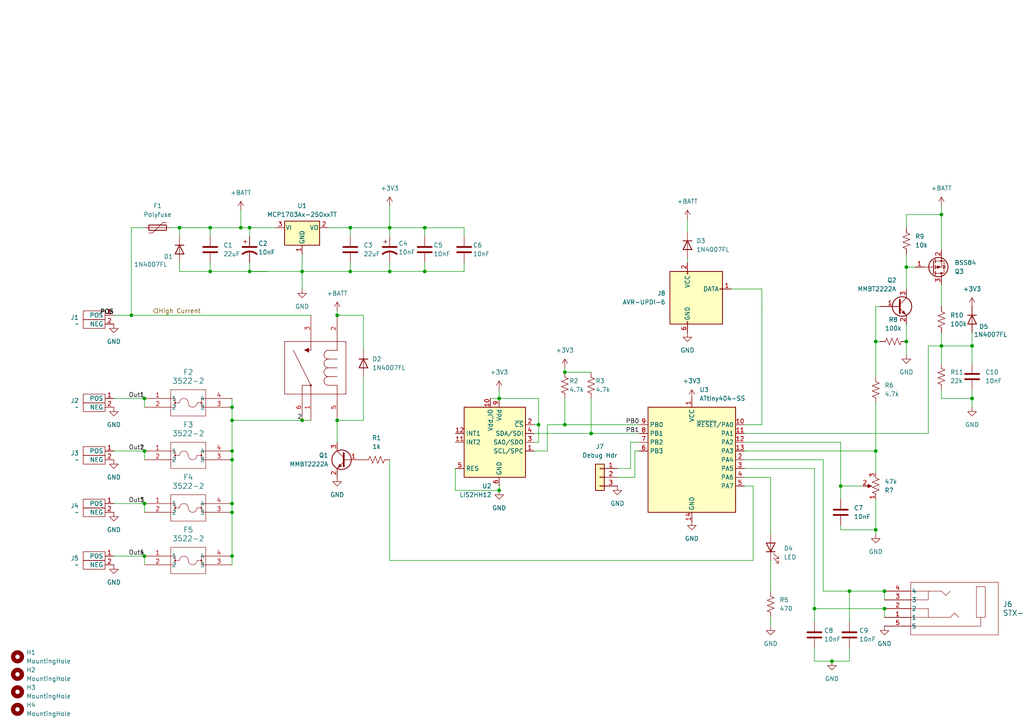
<source format=kicad_sch>
(kicad_sch (version 20250114) (generator "eeschema") (generator_version "9.0")
  (paper "A4")
  (lib_symbols
    (symbol "Connector:AVR-UPDI-6" (pin_names (offset 1.016))
      (property "Reference" "J" (at -6.35 8.89 0))
      (property "Value" "AVR-UPDI-6" (at 0 8.89 0))
      (symbol "AVR-UPDI-6_1_1"
        (pin passive line (at -2.54 10.16 270) (length 2.54) (name "VCC") (number "2"))
        (pin passive line (at -2.54 -10.16 90) (length 2.54) (name "GND") (number "6"))
        (pin no_connect line (at 7.62 0 180) (length 2.54) (hide yes) (name "NC") (number "3"))
        (pin no_connect line (at 7.62 -2.54 180) (length 2.54) (hide yes) (name "NC") (number "4"))
        (pin no_connect line (at 7.62 -5.08 180) (length 2.54) (hide yes) (name "NC") (number "5"))
        (pin passive line (at 10.16 2.54 180) (length 2.54) (name "DATA") (number "1"))
      )
    )
    (symbol "Connector_Generic:Conn_01x03" (pin_names (offset 1.016) (hide yes))
      (property "Reference" "J" (at 0 5.08 0))
      (property "Value" "Conn_01x03" (at 0 -5.08 0))
      (symbol "Conn_01x03_1_1"
        (pin passive line (at -5.08 2.54 0) (length 3.81) (name "Pin_1") (number "1"))
        (pin passive line (at -5.08 0 0) (length 3.81) (name "Pin_2") (number "2"))
        (pin passive line (at -5.08 -2.54 0) (length 3.81) (name "Pin_3") (number "3"))
      )
    )
    (symbol "Custom DS:3522-2" (pin_names (offset 0.254))
      (property "Reference" "F" (at 12.7 7.62 0))
      (property "Value" "3522-2" (at 12.7 5.08 0))
      (symbol "3522-2_0_1"
        (pin unspecified line (at 0 0 0) (length 7.62) (name "1") (number "1"))
        (pin unspecified line (at 0 -2.54 0) (length 7.62) (name "2") (number "2"))
        (pin unspecified line (at 25.4 0 180) (length 7.62) (name "4") (number "4"))
        (pin unspecified line (at 25.4 -2.54 180) (length 7.62) (name "3") (number "3"))
      )
    )
    (symbol "Custom DS:ACNH3212"
      (symbol "ACNH3212_1_0"
        (pin passive line (at 0 10.16 0) (length 7.62) (name "2") (number "6"))
        (pin passive line (at 0 7.62 0) (length 7.62) (name "4") (number "1"))
        (pin passive line (at 0 0 0) (length 7.62) (name "1") (number "5"))
        (pin passive line (at 30.48 7.62 180) (length 7.62) (name "3") (number "3"))
        (pin passive line (at 30.48 0 180) (length 7.62) (name "5") (number "2"))
      )
    )
    (symbol "Custom DS:Anderson_Powerpole_Vertical"
      (property "Reference" "J?" (at 2.794 4.064 0))
      (symbol "Anderson_Powerpole_Vertical_1_1"
        (pin power_in line (at -2.54 1.27 0) (length 2.54) (name "POS") (number "1"))
        (pin power_in line (at -2.54 -1.27 0) (length 2.54) (name "NEG") (number "2"))
      )
    )
    (symbol "Custom DS:STX-3790-5N" (pin_names (offset 0.254))
      (property "Reference" "J" (at -20.32 10.16 0))
      (property "Value" "STX-3790-5N" (at -20.32 7.62 0))
      (symbol "STX-3790-5N_0_1"
        (pin unspecified line (at 0 2.54 180) (length 7.62) (name "5") (number "5"))
        (pin unspecified line (at 0 0 180) (length 7.62) (name "1") (number "1"))
        (pin unspecified line (at 0 -2.54 180) (length 7.62) (name "2") (number "2"))
        (pin unspecified line (at 0 -5.08 180) (length 7.62) (name "3") (number "3"))
        (pin unspecified line (at 0 -7.62 180) (length 7.62) (name "4") (number "4"))
      )
    )
    (symbol "Device:C" (pin_numbers (hide yes)) (pin_names (offset 0.254))
      (property "Reference" "C" (at 0.635 2.54 0))
      (property "Value" "C" (at 0.635 -2.54 0))
      (symbol "C_1_1"
        (pin passive line (at 0 3.81 270) (length 2.794) (name "~") (number "1"))
        (pin passive line (at 0 -3.81 90) (length 2.794) (name "~") (number "2"))
      )
    )
    (symbol "Device:C_Polarized_US" (pin_numbers (hide yes)) (pin_names (offset 0.254) (hide yes))
      (property "Reference" "C" (at 0.635 2.54 0))
      (property "Value" "C_Polarized_US" (at 0.635 -2.54 0))
      (symbol "C_Polarized_US_1_1"
        (pin passive line (at 0 3.81 270) (length 2.794) (name "~") (number "1"))
        (pin passive line (at 0 -3.81 90) (length 3.302) (name "~") (number "2"))
      )
    )
    (symbol "Device:LED" (pin_numbers (hide yes)) (pin_names (offset 1.016) (hide yes))
      (property "Reference" "D" (at 0 2.54 0))
      (property "Value" "LED" (at 0 -2.54 0))
      (symbol "LED_1_1"
        (pin passive line (at -3.81 0 0) (length 2.54) (name "K") (number "1"))
        (pin passive line (at 3.81 0 180) (length 2.54) (name "A") (number "2"))
      )
    )
    (symbol "Device:Polyfuse" (pin_numbers (hide yes)) (pin_names (offset 0))
      (property "Reference" "F" (at -2.54 0 90))
      (property "Value" "Polyfuse" (at 2.54 0 90))
      (symbol "Polyfuse_1_1"
        (pin passive line (at 0 3.81 270) (length 1.27) (name "~") (number "1"))
        (pin passive line (at 0 -3.81 90) (length 1.27) (name "~") (number "2"))
      )
    )
    (symbol "Device:R_Potentiometer_US" (pin_names (offset 1.016) (hide yes))
      (property "Reference" "RV" (at -4.445 0 90))
      (property "Value" "R_Potentiometer_US" (at -2.54 0 90))
      (symbol "R_Potentiometer_US_1_1"
        (pin passive line (at 0 3.81 270) (length 1.27) (name "1") (number "1"))
        (pin passive line (at 0 -3.81 90) (length 1.27) (name "3") (number "3"))
        (pin passive line (at 3.81 0 180) (length 1.27) (name "2") (number "2"))
      )
    )
    (symbol "Device:R_US" (pin_numbers (hide yes)) (pin_names (offset 0))
      (property "Reference" "R" (at 2.54 0 90))
      (property "Value" "R_US" (at -2.54 0 90))
      (symbol "R_US_1_1"
        (pin passive line (at 0 3.81 270) (length 1.27) (name "~") (number "1"))
        (pin passive line (at 0 -3.81 90) (length 1.27) (name "~") (number "2"))
      )
    )
    (symbol "Diode:MRA4007T3G" (pin_numbers (hide yes)) (pin_names (hide yes))
      (property "Reference" "D" (at 0 2.54 0))
      (property "Value" "MRA4007T3G" (at 0 -2.54 0))
      (symbol "MRA4007T3G_1_1"
        (pin passive line (at -3.81 0 0) (length 2.54) (name "K") (number "1"))
        (pin passive line (at 3.81 0 180) (length 2.54) (name "A") (number "2"))
      )
    )
    (symbol "MCU_Microchip_ATtiny:ATtiny404-SS"
      (property "Reference" "U" (at -12.7 16.51 0))
      (property "Value" "ATtiny404-SS" (at 2.54 -16.51 0))
      (symbol "ATtiny404-SS_1_1"
        (pin bidirectional line (at -15.24 10.16 0) (length 2.54) (name "PB0") (number "9"))
        (pin bidirectional line (at -15.24 7.62 0) (length 2.54) (name "PB1") (number "8"))
        (pin bidirectional line (at -15.24 5.08 0) (length 2.54) (name "PB2") (number "7"))
        (pin bidirectional line (at -15.24 2.54 0) (length 2.54) (name "PB3") (number "6"))
        (pin power_in line (at 0 17.78 270) (length 2.54) (name "VCC") (number "1"))
        (pin power_in line (at 0 -17.78 90) (length 2.54) (name "GND") (number "14"))
        (pin bidirectional line (at 15.24 10.16 180) (length 2.54) (name "~{RESET}/PA0") (number "10"))
        (pin bidirectional line (at 15.24 7.62 180) (length 2.54) (name "PA1") (number "11"))
        (pin bidirectional line (at 15.24 5.08 180) (length 2.54) (name "PA2") (number "12"))
        (pin bidirectional line (at 15.24 2.54 180) (length 2.54) (name "PA3") (number "13"))
        (pin bidirectional line (at 15.24 0 180) (length 2.54) (name "PA4") (number "2"))
        (pin bidirectional line (at 15.24 -2.54 180) (length 2.54) (name "PA5") (number "3"))
        (pin bidirectional line (at 15.24 -5.08 180) (length 2.54) (name "PA6") (number "4"))
        (pin bidirectional line (at 15.24 -7.62 180) (length 2.54) (name "PA7") (number "5"))
      )
    )
    (symbol "Mechanical:MountingHole" (pin_names (offset 1.016)) (exclude_from_sim yes) (in_bom no)
      (property "Reference" "H" (at 0 5.08 0))
      (property "Value" "MountingHole" (at 0 3.175 0))
    )
    (symbol "Regulator_Linear:MCP1703Ax-250xxTT" (pin_names (offset 0.254))
      (property "Reference" "U" (at -3.81 3.175 0))
      (property "Value" "MCP1703Ax-250xxTT" (at 0 3.175 0))
      (symbol "MCP1703Ax-250xxTT_1_1"
        (pin power_in line (at -7.62 0 0) (length 2.54) (name "VI") (number "3"))
        (pin power_in line (at 0 -7.62 90) (length 2.54) (name "GND") (number "1"))
        (pin power_out line (at 7.62 0 180) (length 2.54) (name "VO") (number "2"))
      )
    )
    (symbol "Sensor_Motion:LIS2HH12"
      (property "Reference" "U" (at -5.08 11.43 0))
      (property "Value" "LIS2HH12" (at 3.81 11.43 0))
      (symbol "LIS2HH12_1_1"
        (pin input line (at -10.16 5.08 0) (length 2.54) (name "~{CS}") (number "2"))
        (pin bidirectional line (at -10.16 2.54 0) (length 2.54) (name "SDA/SDI") (number "4"))
        (pin bidirectional line (at -10.16 0 0) (length 2.54) (name "SA0/SDO") (number "3"))
        (pin input line (at -10.16 -2.54 0) (length 2.54) (name "SCL/SPC") (number "1"))
        (pin power_in line (at 0 12.7 270) (length 2.54) (name "Vdd") (number "9"))
        (pin power_in line (at 0 -12.7 90) (length 2.54) (name "GND") (number "6"))
        (pin passive line (at 0 -12.7 90) (length 2.54) (hide yes) (name "GND") (number "7"))
        (pin passive line (at 0 -12.7 90) (length 2.54) (hide yes) (name "GND") (number "8"))
        (pin power_in line (at 2.54 12.7 270) (length 2.54) (name "Vdd_IO") (number "10"))
        (pin output line (at 12.7 2.54 180) (length 2.54) (name "INT1") (number "12"))
        (pin output line (at 12.7 0 180) (length 2.54) (name "INT2") (number "11"))
        (pin passive line (at 12.7 -7.62 180) (length 2.54) (name "RES") (number "5"))
      )
    )
    (symbol "Transistor_BJT:MMBT2222A" (pin_names (offset 0) (hide yes))
      (property "Reference" "Q" (at 5.08 1.905 0))
      (property "Value" "MMBT2222A" (at 5.08 0 0))
      (symbol "MMBT2222A_1_1"
        (pin input line (at -5.08 0 0) (length 5.715) (name "B") (number "1"))
        (pin passive line (at 2.54 5.08 270) (length 2.54) (name "C") (number "3"))
        (pin passive line (at 2.54 -5.08 90) (length 2.54) (name "E") (number "2"))
      )
    )
    (symbol "Transistor_FET:BSS84" (pin_names (hide yes))
      (property "Reference" "Q" (at 5.08 1.905 0))
      (property "Value" "BSS84" (at 5.08 0 0))
      (symbol "BSS84_1_1"
        (pin input line (at -5.08 0 0) (length 2.54) (name "G") (number "1"))
        (pin passive line (at 2.54 5.08 270) (length 2.54) (name "D") (number "3"))
        (pin passive line (at 2.54 -5.08 90) (length 2.54) (name "S") (number "2"))
      )
    )
    (symbol "power:+3V3" (power) (pin_numbers (hide yes)) (pin_names (offset 0) (hide yes))
      (property "Value" "+3V3" (at 0 3.556 0))
      (symbol "+3V3_1_1"
        (pin power_in line (at 0 0 90) (length 0) (name "~") (number "1"))
      )
    )
    (symbol "power:+BATT" (power) (pin_numbers (hide yes)) (pin_names (offset 0) (hide yes))
      (property "Value" "+BATT" (at 0 3.556 0))
      (symbol "+BATT_1_1"
        (pin power_in line (at 0 0 90) (length 0) (name "~") (number "1"))
      )
    )
    (symbol "power:GND" (power) (pin_numbers (hide yes)) (pin_names (offset 0) (hide yes))
      (property "Value" "GND" (at 0 -3.81 0))
      (symbol "GND_1_1"
        (pin power_in line (at 0 0 270) (length 0) (name "~") (number "1"))
      )
    )
  )
  (junction (at 256.54 171.45))
  (junction (at 113.03 66.04))
  (junction (at 254 153.67))
  (junction (at 67.31 121.92))
  (junction (at 243.84 140.97))
  (junction (at 262.89 77.47))
  (junction (at 163.83 107.95))
  (junction (at 254 99.06))
  (junction (at 97.79 91.44))
  (junction (at 123.19 78.74))
  (junction (at 156.21 123.19))
  (junction (at 254 130.81))
  (junction (at 87.63 121.92))
  (junction (at 163.83 123.19))
  (junction (at 144.78 115.57))
  (junction (at 101.6 66.04))
  (junction (at 273.05 62.23))
  (junction (at 281.94 100.33))
  (junction (at 60.96 78.74))
  (junction (at 38.1 91.44))
  (junction (at 67.31 161.29))
  (junction (at 123.19 66.04))
  (junction (at 41.91 130.81))
  (junction (at 41.91 115.57))
  (junction (at 52.07 66.04))
  (junction (at 69.85 66.04))
  (junction (at 236.22 176.53))
  (junction (at 273.05 100.33))
  (junction (at 67.31 118.11))
  (junction (at 87.63 78.74))
  (junction (at 67.31 133.35))
  (junction (at 171.45 125.73))
  (junction (at 72.39 78.74))
  (junction (at 67.31 130.81))
  (junction (at 246.38 171.45))
  (junction (at 41.91 146.05))
  (junction (at 262.89 99.06))
  (junction (at 67.31 146.05))
  (junction (at 281.94 115.57))
  (junction (at 67.31 148.59))
  (junction (at 60.96 66.04))
  (junction (at 72.39 66.04))
  (junction (at 101.6 78.74))
  (junction (at 41.91 161.29))
  (junction (at 97.79 121.92))
  (junction (at 113.03 78.74))
  (junction (at 144.78 142.24))
  (junction (at 241.3 191.77))
  (junction (at 256.54 176.53))
  (wire (pts (xy 67.31 130.81) (xy 67.31 133.35)))
  (wire (pts (xy 281.94 96.52) (xy 281.94 100.33)))
  (wire (pts (xy 273.05 62.23) (xy 273.05 72.39)))
  (wire (pts (xy 33.02 161.29) (xy 41.91 161.29)))
  (wire (pts (xy 67.31 161.29) (xy 67.31 163.83)))
  (wire (pts (xy 273.05 59.69) (xy 273.05 62.23)))
  (wire (pts (xy 215.9 123.19) (xy 220.98 123.19)) (stroke (width 0.1524)))
  (wire (pts (xy 256.54 176.53) (xy 256.54 179.07)))
  (wire (pts (xy 154.94 128.27) (xy 156.21 128.27)))
  (wire (pts (xy 101.6 66.04) (xy 113.03 66.04)) (stroke (width 0.1524)))
  (wire (pts (xy 262.89 62.23) (xy 273.05 62.23)))
  (wire (pts (xy 215.9 128.27) (xy 243.84 128.27)))
  (wire (pts (xy 243.84 153.67) (xy 243.84 152.4)))
  (wire (pts (xy 97.79 91.44) (xy 97.79 90.17)) (stroke (width 0.1524)))
  (wire (pts (xy 215.9 130.81) (xy 254 130.81)))
  (wire (pts (xy 179.07 138.43) (xy 184.15 138.43)))
  (wire (pts (xy 113.03 133.35) (xy 113.03 162.56)))
  (wire (pts (xy 87.63 78.74) (xy 101.6 78.74)) (stroke (width 0.1524)))
  (wire (pts (xy 254 144.78) (xy 254 153.67)))
  (wire (pts (xy 236.22 191.77) (xy 241.3 191.77)))
  (wire (pts (xy 38.1 91.44) (xy 90.17 91.44)) (stroke (width 0.1524)))
  (wire (pts (xy 67.31 146.05) (xy 67.31 148.59)))
  (wire (pts (xy 87.63 73.66) (xy 87.63 78.74)) (stroke (width 0.1524)))
  (wire (pts (xy 52.07 66.04) (xy 59.69 66.04)))
  (wire (pts (xy 171.45 115.57) (xy 171.45 125.73)))
  (wire (pts (xy 113.03 76.2) (xy 113.03 78.74)) (stroke (width 0.1524)))
  (wire (pts (xy 236.22 176.53) (xy 236.22 180.34)))
  (wire (pts (xy 33.02 115.57) (xy 41.91 115.57)))
  (wire (pts (xy 67.31 121.92) (xy 67.31 130.81)))
  (wire (pts (xy 254 130.81) (xy 254 137.16)))
  (wire (pts (xy 52.07 66.04) (xy 52.07 68.58)))
  (wire (pts (xy 212.09 83.82) (xy 220.98 83.82)))
  (wire (pts (xy 113.03 162.56) (xy 218.44 162.56)))
  (wire (pts (xy 182.88 128.27) (xy 182.88 135.89)))
  (wire (pts (xy 256.54 171.45) (xy 256.54 173.99)))
  (wire (pts (xy 223.52 179.07) (xy 223.52 181.61)))
  (wire (pts (xy 52.07 66.04) (xy 60.96 66.04)) (stroke (width 0.1524)))
  (wire (pts (xy 163.83 106.68) (xy 163.83 107.95)))
  (wire (pts (xy 158.75 123.19) (xy 163.83 123.19)))
  (wire (pts (xy 123.19 78.74) (xy 134.62 78.74)))
  (wire (pts (xy 33.02 91.44) (xy 38.1 91.44)))
  (wire (pts (xy 281.94 100.33) (xy 273.05 100.33)))
  (wire (pts (xy 273.05 113.03) (xy 273.05 115.57)))
  (wire (pts (xy 105.41 91.44) (xy 105.41 101.6)) (stroke (width 0.1524)))
  (wire (pts (xy 185.42 130.81) (xy 184.15 130.81)))
  (wire (pts (xy 262.89 77.47) (xy 262.89 73.66)))
  (wire (pts (xy 72.39 78.74) (xy 77.47 78.74)))
  (wire (pts (xy 254 109.22) (xy 254 99.06)))
  (wire (pts (xy 101.6 78.74) (xy 113.03 78.74)) (stroke (width 0.1524)))
  (wire (pts (xy 67.31 115.57) (xy 67.31 118.11)))
  (wire (pts (xy 223.52 162.56) (xy 223.52 171.45)))
  (wire (pts (xy 218.44 162.56) (xy 218.44 140.97)))
  (wire (pts (xy 41.91 161.29) (xy 41.91 163.83)))
  (wire (pts (xy 134.62 66.04) (xy 123.19 66.04)))
  (wire (pts (xy 273.05 100.33) (xy 273.05 105.41)))
  (wire (pts (xy 60.96 78.74) (xy 72.39 78.74)) (stroke (width 0.1524)))
  (wire (pts (xy 41.91 115.57) (xy 41.91 118.11)))
  (wire (pts (xy 154.94 125.73) (xy 171.45 125.73)))
  (wire (pts (xy 154.94 123.19) (xy 156.21 123.19)))
  (wire (pts (xy 38.1 66.04) (xy 38.1 91.44)) (stroke (width 0.1524)))
  (wire (pts (xy 236.22 135.89) (xy 236.22 176.53)))
  (wire (pts (xy 238.76 171.45) (xy 246.38 171.45)))
  (wire (pts (xy 163.83 123.19) (xy 185.42 123.19)))
  (wire (pts (xy 223.52 138.43) (xy 223.52 154.94)))
  (wire (pts (xy 144.78 142.24) (xy 144.78 140.97)))
  (wire (pts (xy 262.89 93.98) (xy 262.89 99.06)))
  (wire (pts (xy 246.38 171.45) (xy 246.38 180.34)))
  (wire (pts (xy 87.63 83.82) (xy 87.63 78.74)) (stroke (width 0.1524)))
  (wire (pts (xy 67.31 133.35) (xy 67.31 146.05)))
  (wire (pts (xy 67.31 148.59) (xy 67.31 161.29)))
  (wire (pts (xy 236.22 176.53) (xy 256.54 176.53)))
  (wire (pts (xy 185.42 128.27) (xy 182.88 128.27)))
  (wire (pts (xy 72.39 78.74) (xy 87.63 78.74)) (stroke (width 0.1524)))
  (wire (pts (xy 262.89 83.82) (xy 262.89 77.47)))
  (wire (pts (xy 105.41 109.22) (xy 105.41 121.92)))
  (wire (pts (xy 60.96 66.04) (xy 69.85 66.04)) (stroke (width 0.1524)))
  (wire (pts (xy 123.19 76.2) (xy 123.19 78.74)))
  (wire (pts (xy 142.24 115.57) (xy 144.78 115.57)))
  (wire (pts (xy 254 99.06) (xy 254 88.9)))
  (wire (pts (xy 281.94 100.33) (xy 281.94 105.41)))
  (wire (pts (xy 60.96 68.58) (xy 60.96 66.04)) (stroke (width 0.1524)))
  (wire (pts (xy 262.89 99.06) (xy 262.89 102.87)))
  (wire (pts (xy 236.22 187.96) (xy 236.22 191.77)))
  (wire (pts (xy 69.85 60.96) (xy 69.85 66.04)) (stroke (width 0.1524)))
  (wire (pts (xy 269.24 100.33) (xy 273.05 100.33)))
  (wire (pts (xy 101.6 76.2) (xy 101.6 78.74)))
  (wire (pts (xy 163.83 115.57) (xy 163.83 123.19)))
  (wire (pts (xy 33.02 146.05) (xy 41.91 146.05)))
  (wire (pts (xy 72.39 66.04) (xy 72.39 68.58)))
  (wire (pts (xy 281.94 115.57) (xy 281.94 118.11)) (stroke (width 0.1524)))
  (wire (pts (xy 262.89 77.47) (xy 265.43 77.47)))
  (wire (pts (xy 215.9 125.73) (xy 269.24 125.73)))
  (wire (pts (xy 273.05 96.52) (xy 273.05 100.33)))
  (wire (pts (xy 220.98 88.9) (xy 220.98 123.19)) (stroke (width 0.1524)))
  (wire (pts (xy 254 88.9) (xy 255.27 88.9)))
  (wire (pts (xy 238.76 133.35) (xy 238.76 171.45)))
  (wire (pts (xy 33.02 130.81) (xy 41.91 130.81)))
  (wire (pts (xy 281.94 113.03) (xy 281.94 115.57)) (stroke (width 0.1524)))
  (wire (pts (xy 215.9 135.89) (xy 236.22 135.89)))
  (wire (pts (xy 72.39 76.2) (xy 72.39 78.74)))
  (wire (pts (xy 144.78 113.03) (xy 144.78 115.57)))
  (wire (pts (xy 184.15 130.81) (xy 184.15 138.43)))
  (wire (pts (xy 243.84 144.78) (xy 243.84 140.97)))
  (wire (pts (xy 113.03 66.04) (xy 113.03 59.69)) (stroke (width 0.1524)))
  (wire (pts (xy 246.38 171.45) (xy 256.54 171.45)))
  (wire (pts (xy 243.84 140.97) (xy 250.19 140.97)))
  (wire (pts (xy 97.79 121.92) (xy 105.41 121.92)))
  (wire (pts (xy 101.6 66.04) (xy 100.33 66.04)))
  (wire (pts (xy 218.44 140.97) (xy 215.9 140.97)))
  (wire (pts (xy 223.52 138.43) (xy 215.9 138.43)))
  (wire (pts (xy 273.05 88.9) (xy 273.05 82.55)))
  (wire (pts (xy 163.83 107.95) (xy 171.45 107.95)))
  (wire (pts (xy 41.91 130.81) (xy 41.91 133.35)))
  (wire (pts (xy 134.62 76.2) (xy 134.62 78.74)))
  (wire (pts (xy 254 153.67) (xy 254 154.94)))
  (wire (pts (xy 269.24 125.73) (xy 269.24 100.33)))
  (wire (pts (xy 113.03 66.04) (xy 113.03 68.58)) (stroke (width 0.1524)))
  (wire (pts (xy 144.78 115.57) (xy 156.21 115.57)))
  (wire (pts (xy 241.3 191.77) (xy 246.38 191.77)))
  (wire (pts (xy 72.39 66.04) (xy 80.01 66.04)))
  (wire (pts (xy 67.31 118.11) (xy 67.31 121.92)))
  (wire (pts (xy 144.78 142.24) (xy 132.08 142.24)))
  (wire (pts (xy 273.05 115.57) (xy 281.94 115.57)))
  (wire (pts (xy 199.39 63.5) (xy 199.39 67.31)))
  (wire (pts (xy 97.79 66.04) (xy 101.6 66.04)) (stroke (width 0.1524)))
  (wire (pts (xy 101.6 68.58) (xy 101.6 66.04)))
  (wire (pts (xy 134.62 68.58) (xy 134.62 66.04)))
  (wire (pts (xy 158.75 130.81) (xy 154.94 130.81)))
  (wire (pts (xy 156.21 128.27) (xy 156.21 123.19)))
  (wire (pts (xy 69.85 66.04) (xy 72.39 66.04)) (stroke (width 0.1524)))
  (wire (pts (xy 262.89 66.04) (xy 262.89 62.23)))
  (wire (pts (xy 95.25 66.04) (xy 97.79 66.04)))
  (wire (pts (xy 158.75 123.19) (xy 158.75 130.81)))
  (wire (pts (xy 97.79 91.44) (xy 105.41 91.44)) (stroke (width 0.1524)))
  (wire (pts (xy 246.38 187.96) (xy 246.38 191.77)))
  (wire (pts (xy 41.91 146.05) (xy 41.91 148.59)))
  (wire (pts (xy 199.39 74.93) (xy 199.39 76.2)))
  (wire (pts (xy 49.53 66.04) (xy 52.07 66.04)) (stroke (width 0.1524)))
  (wire (pts (xy 123.19 66.04) (xy 113.03 66.04)))
  (wire (pts (xy 132.08 142.24) (xy 132.08 135.89)))
  (wire (pts (xy 52.07 78.74) (xy 60.96 78.74)))
  (wire (pts (xy 67.31 121.92) (xy 87.63 121.92)))
  (wire (pts (xy 254 99.06) (xy 255.27 99.06)))
  (wire (pts (xy 220.98 83.82) (xy 220.98 88.9)))
  (wire (pts (xy 52.07 76.2) (xy 52.07 78.74)))
  (wire (pts (xy 171.45 125.73) (xy 185.42 125.73)))
  (wire (pts (xy 97.79 128.27) (xy 97.79 121.92)))
  (wire (pts (xy 113.03 78.74) (xy 123.19 78.74)))
  (wire (pts (xy 179.07 135.89) (xy 182.88 135.89)))
  (wire (pts (xy 87.63 121.92) (xy 90.17 121.92)))
  (wire (pts (xy 60.96 76.2) (xy 60.96 78.74)) (stroke (width 0.1524)))
  (wire (pts (xy 254 116.84) (xy 254 130.81)))
  (wire (pts (xy 38.1 66.04) (xy 41.91 66.04)) (stroke (width 0.1524)))
  (wire (pts (xy 156.21 123.19) (xy 156.21 115.57)))
  (wire (pts (xy 243.84 153.67) (xy 254 153.67)))
  (wire (pts (xy 123.19 66.04) (xy 123.19 68.58)))
  (wire (pts (xy 215.9 133.35) (xy 238.76 133.35)))
  (wire (pts (xy 243.84 128.27) (xy 243.84 140.97)))
  (label "1" (at 41.91 130.81 180))
  (label "1" (at 41.91 115.57 180))
  (label "POS" (at 33.02 91.44 180))
  (label "PB1" (at 185.42 125.73 180))
  (label "1" (at 41.91 161.29 180))
  (label "Out3" (at 41.91 146.05 180))
  (label "PB0" (at 185.42 123.19 180))
  (label "POS" (at 33.02 91.44 180))
  (label "Out2" (at 41.91 130.81 180))
  (label "POS" (at 33.02 91.44 180))
  (label "Out1" (at 41.91 115.57 180))
  (label "2" (at 87.63 121.92 180))
  (label "1" (at 41.91 146.05 180))
  (label "Out4" (at 41.91 161.29 180))
  (label "In" (at 33.02 91.44 180))
  (hierarchical_label "High Current" (shape input) (at 44.45 90.17 0))
  (symbol (lib_id "Diode:MRA4007T3G") (at 105.41 105.41 270) (unit 1)
    (property "Reference" "D2" (at 107.95 104.1399 90) (effects (justify left)))
    (property "Value" "1N4007FL" (at 107.95 106.6799 90) (effects (justify left)))
    (property "Footprint" "Diode_SMD:D_SOD-123" (effects (hide yes)))
    (property "Description" "75V 0.15A Fast Switching Diode, SOD-123" (effects (hide yes)))
    (property "Digikey" "1655-1N4007FLCT-ND" (effects (hide yes)))
    (property "LCSC" "C7528871" (effects (hide yes)))
  )
  (symbol (lib_id "power:GND") (at 179.07 140.97 0) (unit 1)
    (property "Reference" "#PWR015" (effects (hide yes)))
    (property "Value" "GND" (at 179.07 146.05 0))
    (property "Description" "Power symbol creates a global label with name \"GND\" , ground" (effects (hide yes)))
  )
  (symbol (lib_id "Device:C") (at 134.62 72.39 0) (unit 1)
    (property "Reference" "C6" (at 137.16 71.12 0) (effects (justify left)))
    (property "Value" "10nF" (at 137.16 73.66 0) (effects (justify left)))
    (property "Footprint" "Capacitor_SMD:C_0805_2012Metric" (effects (hide yes)))
    (property "Description" "Unpolarized capacitor" (effects (hide yes)))
    (property "Digikey" "399-1158-1-ND" (effects (hide yes)))
    (property "LCSC" "C83170" (effects (hide yes)))
  )
  (symbol (lib_id "Mechanical:MountingHole") (at 5.08 200.66 0) (unit 1) (exclude_from_sim yes) (in_bom no)
    (property "Reference" "H3" (at 7.62 199.3899 0) (effects (justify left)))
    (property "Value" "MountingHole" (at 7.62 201.9299 0) (effects (justify left)))
    (property "Footprint" "MountingHole:MountingHole_3.2mm_M3_ISO14580_Pad" (effects (hide yes)))
    (property "Description" "Mounting Hole without connection" (effects (hide yes)))
  )
  (symbol (lib_id "power:GND") (at 97.79 138.43 0) (unit 1)
    (property "Reference" "#PWR010" (effects (hide yes)))
    (property "Value" "GND" (at 97.79 143.51 0))
    (property "Description" "Power symbol creates a global label with name \"GND\" , ground" (effects (hide yes)))
  )
  (symbol (lib_id "power:GND") (at 33.02 133.35 0) (unit 1)
    (property "Reference" "#PWR03" (effects (hide yes)))
    (property "Value" "GND" (at 33.02 138.43 0))
    (property "Description" "Power symbol creates a global label with name \"GND\" , ground" (effects (hide yes)))
  )
  (symbol (lib_id "Device:R_US") (at 109.22 133.35 90) (unit 1)
    (property "Reference" "R1" (at 109.22 127 90))
    (property "Value" "1k" (at 109.22 129.54 90))
    (property "Footprint" "Resistor_SMD:R_0805_2012Metric" (effects (hide yes)))
    (property "Description" "Resistor, US symbol" (effects (hide yes)))
  )
  (symbol (lib_id "Mechanical:MountingHole") (at 5.08 205.74 0) (unit 1) (exclude_from_sim yes) (in_bom no)
    (property "Reference" "H4" (at 7.62 204.4699 0) (effects (justify left)))
    (property "Value" "MountingHole" (at 7.62 207.0099 0) (effects (justify left)))
    (property "Footprint" "MountingHole:MountingHole_3.2mm_M3_ISO14580_Pad" (effects (hide yes)))
    (property "Description" "Mounting Hole without connection" (effects (hide yes)))
  )
  (symbol (lib_id "power:GND") (at 33.02 93.98 0) (unit 1)
    (property "Reference" "#PWR01" (effects (hide yes)))
    (property "Value" "GND" (at 33.02 99.06 0))
    (property "Description" "Power symbol creates a global label with name \"GND\" , ground" (effects (hide yes)))
  )
  (symbol (lib_id "power:GND") (at 33.02 118.11 0) (unit 1)
    (property "Reference" "#PWR02" (effects (hide yes)))
    (property "Value" "GND" (at 33.02 123.19 0))
    (property "Description" "Power symbol creates a global label with name \"GND\" , ground" (effects (hide yes)))
  )
  (symbol (lib_id "power:+BATT") (at 97.79 90.17 0) (unit 1)
    (property "Reference" "#PWR09" (effects (hide yes)))
    (property "Value" "+BATT" (at 97.79 85.09 0))
    (property "Description" "Power symbol creates a global label with name \"+BATT\"" (effects (hide yes)))
  )
  (symbol (lib_id "Diode:MRA4007T3G") (at 281.94 92.71 270) (unit 1)
    (property "Reference" "D5" (at 283.972 94.742 90) (effects (justify left)))
    (property "Value" "1N4007FL" (at 282.448 97.028 90) (effects (justify left)))
    (property "Footprint" "Diode_SMD:D_SOD-123" (effects (hide yes)))
    (property "Description" "1000V, 1A, General Purpose Rectifier Diode, SMA(DO-214AC)" (effects (hide yes)))
    (property "Sim.Device" "D" (effects (hide yes)))
    (property "Sim.Pins" "1=K 2=A" (effects (hide yes)))
    (property "Digikey" "1655-1N4007FLCT-ND" (effects (hide yes)))
    (property "LCSC" "C7528871" (effects (hide yes)))
  )
  (symbol (lib_id "Diode:MRA4007T3G") (at 52.07 72.39 270) (unit 1)
    (property "Reference" "D1" (at 47.498 74.422 90) (effects (justify left)))
    (property "Value" "1N4007FL" (at 38.862 76.708 90) (effects (justify left)))
    (property "Footprint" "Diode_SMD:D_SOD-123" (effects (hide yes)))
    (property "Description" "1000V, 1A, General Purpose Rectifier Diode, SMA(DO-214AC)" (effects (hide yes)))
    (property "Sim.Device" "D" (effects (hide yes)))
    (property "Sim.Pins" "1=K 2=A" (effects (hide yes)))
    (property "Digikey" "1655-1N4007FLCT-ND" (effects (hide yes)))
    (property "LCSC" "C7528871" (effects (hide yes)))
  )
  (symbol (lib_id "Device:R_Potentiometer_US") (at 254 140.97 180) (unit 1)
    (property "Reference" "R7" (at 256.54 142.2401 0) (effects (justify right)))
    (property "Value" "47k" (at 256.54 139.7001 0) (effects (justify right)))
    (property "Footprint" "Potentiometer_THT:Potentiometer_Bourns_3386P_Vertical" (effects (hide yes)))
    (property "Description" "Bourns Trimmer" (effects (hide yes)))
    (property "Digikey" "3386P-1-473LF-ND" (effects (hide yes)))
  )
  (symbol (lib_id "Custom DS:Anderson_Powerpole_Vertical") (at 30.48 92.71 0) (mirror y) (unit 1)
    (property "Reference" "J1" (at 22.86 92.0749 0) (effects (justify left)))
    (property "Value" "~" (at 22.86 93.98 0) (effects (justify left)))
    (property "Footprint" "Custom DS:Anderson Powerpole Vertical" (effects (hide yes)))
  )
  (symbol (lib_id "Device:C_Polarized_US") (at 113.03 72.39 0) (unit 1)
    (property "Reference" "C4" (at 115.57 70.612 0) (effects (justify left)))
    (property "Value" "10nF" (at 115.57 73.152 0) (effects (justify left)))
    (property "Footprint" "Capacitor_SMD:C_0805_2012Metric" (effects (hide yes)))
    (property "Description" "Polarized capacitor, US symbol" (effects (hide yes)))
    (property "Digikey" "399-1158-1-ND" (effects (hide yes)))
    (property "LCSC" "C83170" (effects (hide yes)))
  )
  (symbol (lib_id "Custom DS:3522-2") (at 41.91 115.57 0) (unit 1)
    (property "Reference" "F2" (at 54.61 107.95 0) (effects (font (size 1.524 1.524))))
    (property "Value" "3522-2" (at 54.61 110.49 0) (effects (font (size 1.524 1.524))))
    (property "Footprint" "Custom DS:Fuse Clip Blade - 3522-2" (effects (hide yes)))
    (property "Datasheet" "3522-2" (effects (hide yes)))
    (property "Digikey" "35-3522-2-ND" (effects (hide yes)))
  )
  (symbol (lib_id "Device:R_US") (at 223.52 175.26 0) (unit 1)
    (property "Reference" "R5" (at 226.06 173.9899 0) (effects (justify left)))
    (property "Value" "470" (at 226.06 176.5299 0) (effects (justify left)))
    (property "Footprint" "Resistor_SMD:R_0805_2012Metric" (effects (hide yes)))
    (property "Description" "Resistor, US symbol" (effects (hide yes)))
  )
  (symbol (lib_id "Custom DS:Anderson_Powerpole_Vertical") (at 30.48 132.08 0) (mirror y) (unit 1)
    (property "Reference" "J3" (at 22.86 131.4449 0) (effects (justify left)))
    (property "Value" "~" (at 22.86 133.35 0) (effects (justify left)))
    (property "Footprint" "Custom DS:Anderson Powerpole Vertical" (effects (hide yes)))
  )
  (symbol (lib_id "Custom DS:ACNH3212") (at 97.79 121.92 90) (unit 1)
    (property "Reference" "K1" (effects (hide yes)))
    (property "Footprint" "Custom DS:12V Relay - ACNH" (effects (hide yes)))
    (property "Description" "PANASONIC RELAY AUTOMOTIVE SPST 30A 12V" (effects (hide yes)))
    (property "Digikey" "255-2583-ND" (effects (hide yes)))
  )
  (symbol (lib_id "Sensor_Motion:LIS2HH12") (at 144.78 128.27 0) (mirror y) (unit 1)
    (property "Reference" "U2" (at 142.5859 140.97 0) (effects (justify left)))
    (property "Value" "LIS2HH12" (at 142.5859 143.51 0) (effects (justify left)))
    (property "Footprint" "Package_LGA:LGA-12_2x2mm_P0.5mm" (effects (hide yes)))
    (property "Datasheet" "www.st.com/resource/en/datasheet/lis2hh12.pdf" (effects (hide yes)))
    (property "Description" "3-Axis Accelerometer, 2/4/8g range, I2C/SPI interface" (effects (hide yes)))
    (property "Digikey" "497-15069-1-ND" (effects (hide yes)))
  )
  (symbol (lib_id "Device:C") (at 243.84 148.59 0) (unit 1)
    (property "Reference" "C7" (at 247.65 147.3199 0) (effects (justify left)))
    (property "Value" "10nF" (at 247.65 149.8599 0) (effects (justify left)))
    (property "Footprint" "Capacitor_SMD:C_0805_2012Metric" (effects (hide yes)))
    (property "Description" "Unpolarized capacitor" (effects (hide yes)))
    (property "Digikey" "399-1158-1-ND" (effects (hide yes)))
    (property "LCSC" "C83170" (effects (hide yes)))
  )
  (symbol (lib_id "Device:R_US") (at 171.45 111.76 0) (unit 1)
    (property "Reference" "R3" (at 172.72 110.49 0) (effects (justify left)))
    (property "Value" "4.7k" (at 172.72 113.03 0) (effects (justify left)))
    (property "Footprint" "Resistor_SMD:R_0805_2012Metric" (effects (hide yes)))
    (property "Description" "Resistor, US symbol" (effects (hide yes)))
  )
  (symbol (lib_id "Device:C") (at 236.22 184.15 0) (unit 1)
    (property "Reference" "C8" (at 239.014 182.88 0) (effects (justify left)))
    (property "Value" "10nF" (at 239.014 185.42 0) (effects (justify left)))
    (property "Footprint" "Capacitor_SMD:C_0805_2012Metric" (effects (hide yes)))
    (property "Description" "Unpolarized capacitor" (effects (hide yes)))
    (property "Digikey" "399-1158-1-ND" (effects (hide yes)))
    (property "LCSC" "C83170" (effects (hide yes)))
  )
  (symbol (lib_id "Device:C_Polarized_US") (at 72.39 72.39 0) (unit 1)
    (property "Reference" "C2" (at 74.93 70.612 0) (effects (justify left)))
    (property "Value" "10nF" (at 74.93 73.152 0) (effects (justify left)))
    (property "Footprint" "Capacitor_SMD:C_0805_2012Metric" (effects (hide yes)))
    (property "Description" "Polarized capacitor, US symbol" (effects (hide yes)))
    (property "Digikey" "399-1158-1-ND" (effects (hide yes)))
    (property "LCSC" "C83170" (effects (hide yes)))
  )
  (symbol (lib_id "Transistor_FET:BSS84") (at 270.51 77.47 0) (mirror x) (unit 1)
    (property "Reference" "Q3" (at 276.86 78.7401 0) (effects (justify left)))
    (property "Value" "BSS84" (at 276.86 76.2001 0) (effects (justify left)))
    (property "Footprint" "Package_TO_SOT_SMD:SOT-23" (effects (hide yes)))
    (property "Datasheet" "http://assets.nexperia.com/documents/data-sheet/BSS84.pdf" (effects (hide yes)))
    (property "Description" "-0.13A Id, -50V Vds, P-Channel MOSFET, SOT-23" (effects (hide yes)))
    (property "Digikey" "BSS84CT-ND" (effects (hide yes)))
  )
  (symbol (lib_id "Device:R_US") (at 273.05 109.22 0) (unit 1)
    (property "Reference" "R11" (at 275.59 107.9499 0) (effects (justify left)))
    (property "Value" "22k" (at 275.59 110.4899 0) (effects (justify left)))
    (property "Footprint" "Resistor_SMD:R_0805_2012Metric" (effects (hide yes)))
    (property "Description" "Resistor, US symbol" (effects (hide yes)))
  )
  (symbol (lib_id "Diode:MRA4007T3G") (at 199.39 71.12 270) (unit 1)
    (property "Reference" "D3" (at 201.93 69.8499 90) (effects (justify left)))
    (property "Value" "1N4007FL" (at 201.93 72.3899 90) (effects (justify left)))
    (property "Footprint" "Diode_SMD:D_SOD-123" (effects (hide yes)))
    (property "Description" "1000V, 1A, General Purpose Rectifier Diode, SMA(DO-214AC)" (effects (hide yes)))
    (property "Sim.Device" "D" (effects (hide yes)))
    (property "Sim.Pins" "1=K 2=A" (effects (hide yes)))
    (property "Digikey" "1655-1N4007FLCT-ND" (effects (hide yes)))
    (property "LCSC" "C7528871" (effects (hide yes)))
  )
  (symbol (lib_id "Device:C") (at 60.96 72.39 0) (unit 1)
    (property "Reference" "C1" (at 64.77 71.1199 0) (effects (justify left)))
    (property "Value" "22uF" (at 64.77 73.6599 0) (effects (justify left)))
    (property "Footprint" "Capacitor_SMD:C_0805_2012Metric" (effects (hide yes)))
    (property "Description" "Unpolarized capacitor" (effects (hide yes)))
    (property "Digikey" "13-CC0805MFX5R8BB226CT-ND" (effects (hide yes)))
    (property "LCSC" "C16780" (effects (hide yes)))
  )
  (symbol (lib_id "power:+BATT") (at 273.05 59.69 0) (unit 1)
    (property "Reference" "#PWR06" (effects (hide yes)))
    (property "Value" "+BATT" (at 273.05 54.61 0))
    (property "Description" "Power symbol creates a global label with name \"+BATT\"" (effects (hide yes)))
  )
  (symbol (lib_id "Custom DS:STX-3790-5N") (at 256.54 179.07 180) (unit 1)
    (property "Reference" "J6" (at 290.83 175.2599 0) (effects (font (size 1.524 1.524)) (justify right)))
    (property "Value" "STX-3790-5N" (at 290.83 177.7999 0) (effects (font (size 1.524 1.524)) (justify right)))
    (property "Footprint" "Custom DS:Stereo Jack Vertical - STX-3790-5N" (effects (hide yes)))
    (property "Datasheet" "STX-3790-5N" (effects (hide yes)))
    (property "Digikey" "2092-STX-3790-5N-ND" (effects (hide yes)))
  )
  (symbol (lib_id "power:GND") (at 200.66 151.13 0) (unit 1)
    (property "Reference" "#PWR019" (effects (hide yes)))
    (property "Value" "GND" (at 200.66 156.21 0))
    (property "Description" "Power symbol creates a global label with name \"GND\" , ground" (effects (hide yes)))
  )
  (symbol (lib_id "Device:R_US") (at 163.83 111.76 0) (unit 1)
    (property "Reference" "R2" (at 165.1 110.49 0) (effects (justify left)))
    (property "Value" "4.7k" (at 165.1 113.03 0) (effects (justify left)))
    (property "Footprint" "Resistor_SMD:R_0805_2012Metric" (effects (hide yes)))
    (property "Description" "Resistor, US symbol" (effects (hide yes)))
  )
  (symbol (lib_id "Mechanical:MountingHole") (at 5.08 190.5 0) (unit 1) (exclude_from_sim yes) (in_bom no)
    (property "Reference" "H1" (at 7.62 189.2299 0) (effects (justify left)))
    (property "Value" "MountingHole" (at 7.62 191.7699 0) (effects (justify left)))
    (property "Footprint" "MountingHole:MountingHole_3.2mm_M3_ISO14580_Pad" (effects (hide yes)))
    (property "Description" "Mounting Hole without connection" (effects (hide yes)))
  )
  (symbol (lib_id "power:GND") (at 87.63 83.82 0) (unit 1)
    (property "Reference" "#PWR08" (effects (hide yes)))
    (property "Value" "GND" (at 87.63 88.9 0))
    (property "Description" "Power symbol creates a global label with name \"GND\" , ground" (effects (hide yes)))
  )
  (symbol (lib_id "Mechanical:MountingHole") (at 5.08 195.58 0) (unit 1) (exclude_from_sim yes) (in_bom no)
    (property "Reference" "H2" (at 7.62 194.3099 0) (effects (justify left)))
    (property "Value" "MountingHole" (at 7.62 196.8499 0) (effects (justify left)))
    (property "Footprint" "MountingHole:MountingHole_3.2mm_M3_ISO14580_Pad" (effects (hide yes)))
    (property "Description" "Mounting Hole without connection" (effects (hide yes)))
  )
  (symbol (lib_id "power:+BATT") (at 199.39 63.5 0) (unit 1)
    (property "Reference" "#PWR016" (effects (hide yes)))
    (property "Value" "+BATT" (at 199.39 58.42 0))
    (property "Description" "Power symbol creates a global label with name \"+BATT\"" (effects (hide yes)))
  )
  (symbol (lib_id "power:+3V3") (at 200.66 115.57 0) (unit 1)
    (property "Reference" "#PWR018" (effects (hide yes)))
    (property "Value" "+3V3" (at 200.66 110.49 0))
    (property "Description" "Power symbol creates a global label with name \"+3V3\"" (effects (hide yes)))
  )
  (symbol (lib_id "power:+BATT") (at 69.85 60.96 0) (unit 1)
    (property "Reference" "#PWR07" (effects (hide yes)))
    (property "Value" "+BATT" (at 69.85 55.88 0))
    (property "Description" "Power symbol creates a global label with name \"+BATT\"" (effects (hide yes)))
  )
  (symbol (lib_id "Transistor_BJT:MMBT2222A") (at 100.33 133.35 0) (mirror y) (unit 1)
    (property "Reference" "Q1" (at 95.25 132.0799 0) (effects (justify left)))
    (property "Value" "MMBT2222A" (at 95.25 134.6199 0) (effects (justify left)))
    (property "Footprint" "Package_TO_SOT_SMD:SOT-23" (effects (hide yes)))
    (property "Datasheet" "https://assets.nexperia.com/documents/data-sheet/MMBT2222A.pdf" (effects (hide yes)))
    (property "Description" "600mA Ic, 40V Vce, NPN Transistor, SOT-23" (effects (hide yes)))
    (property "Digikey" "4878-MMBT2222ATR-ND" (effects (hide yes)))
  )
  (symbol (lib_id "power:GND") (at 262.89 102.87 0) (unit 1)
    (property "Reference" "#PWR024" (effects (hide yes)))
    (property "Value" "GND" (at 262.89 107.95 0))
    (property "Description" "Power symbol creates a global label with name \"GND\" , ground" (effects (hide yes)))
  )
  (symbol (lib_id "power:GND") (at 256.54 181.61 0) (unit 1)
    (property "Reference" "#PWR023" (effects (hide yes)))
    (property "Value" "GND" (at 256.54 186.69 0))
    (property "Description" "Power symbol creates a global label with name \"GND\" , ground" (effects (hide yes)))
  )
  (symbol (lib_id "power:GND") (at 199.39 96.52 0) (unit 1)
    (property "Reference" "#PWR017" (effects (hide yes)))
    (property "Value" "GND" (at 199.39 101.6 0))
    (property "Description" "Power symbol creates a global label with name \"GND\" , ground" (effects (hide yes)))
  )
  (symbol (lib_id "power:GND") (at 223.52 181.61 0) (unit 1)
    (property "Reference" "#PWR020" (effects (hide yes)))
    (property "Value" "GND" (at 223.52 186.69 0))
    (property "Description" "Power symbol creates a global label with name \"GND\" , ground" (effects (hide yes)))
  )
  (symbol (lib_id "power:+3V3") (at 113.03 59.69 0) (unit 1)
    (property "Reference" "#PWR011" (effects (hide yes)))
    (property "Value" "+3V3" (at 113.03 54.61 0))
    (property "Description" "Power symbol creates a global label with name \"+3V3\"" (effects (hide yes)))
  )
  (symbol (lib_id "Device:C") (at 123.19 72.39 0) (unit 1)
    (property "Reference" "C5" (at 125.73 71.12 0) (effects (justify left)))
    (property "Value" "10nF" (at 125.73 73.66 0) (effects (justify left)))
    (property "Footprint" "Capacitor_SMD:C_0805_2012Metric" (effects (hide yes)))
    (property "Description" "Unpolarized capacitor" (effects (hide yes)))
    (property "Digikey" "399-1158-1-ND" (effects (hide yes)))
    (property "LCSC" "C83170" (effects (hide yes)))
  )
  (symbol (lib_id "Transistor_BJT:MMBT2222A") (at 260.35 88.9 0) (unit 1)
    (property "Reference" "Q2" (at 257.302 81.28 0) (effects (justify left)))
    (property "Value" "MMBT2222A" (at 248.666 83.82 0) (effects (justify left)))
    (property "Footprint" "Package_TO_SOT_SMD:SOT-23" (effects (hide yes)))
    (property "Datasheet" "https://assets.nexperia.com/documents/data-sheet/MMBT2222A.pdf" (effects (hide yes)))
    (property "Description" "600mA Ic, 40V Vce, NPN Transistor, SOT-23" (effects (hide yes)))
    (property "Digikey" "4878-MMBT2222ATR-ND" (effects (hide yes)))
  )
  (symbol (lib_id "Device:C") (at 246.38 184.15 0) (unit 1)
    (property "Reference" "C9" (at 249.174 182.88 0) (effects (justify left)))
    (property "Value" "10nF" (at 249.174 185.42 0) (effects (justify left)))
    (property "Footprint" "Capacitor_SMD:C_0805_2012Metric" (effects (hide yes)))
    (property "Description" "Unpolarized capacitor" (effects (hide yes)))
    (property "Digikey" "399-1158-1-ND" (effects (hide yes)))
    (property "LCSC" "C83170" (effects (hide yes)))
  )
  (symbol (lib_id "Custom DS:Anderson_Powerpole_Vertical") (at 30.48 162.56 0) (mirror y) (unit 1)
    (property "Reference" "J5" (at 22.86 161.9249 0) (effects (justify left)))
    (property "Value" "~" (at 22.86 163.83 0) (effects (justify left)))
    (property "Footprint" "Custom DS:Anderson Powerpole Vertical" (effects (hide yes)))
  )
  (symbol (lib_id "Connector_Generic:Conn_01x03") (at 173.99 138.43 0) (mirror y) (unit 1)
    (property "Reference" "J7" (at 173.99 129.54 0))
    (property "Value" "Debug Hdr" (at 173.99 132.08 0))
    (property "Footprint" "Connector_PinSocket_2.54mm:PinSocket_1x03_P2.54mm_Vertical" (effects (hide yes)))
    (property "Description" "Generic connector, single row, 01x03, script generated (kicad-library-utils/schlib/autogen/connector/)" (effects (hide yes)))
  )
  (symbol (lib_id "power:+3V3") (at 144.78 113.03 0) (unit 1)
    (property "Reference" "#PWR012" (effects (hide yes)))
    (property "Value" "+3V3" (at 144.78 107.95 0))
    (property "Description" "Power symbol creates a global label with name \"+3V3\"" (effects (hide yes)))
  )
  (symbol (lib_id "power:GND") (at 33.02 148.59 0) (unit 1)
    (property "Reference" "#PWR04" (effects (hide yes)))
    (property "Value" "GND" (at 33.02 153.67 0))
    (property "Description" "Power symbol creates a global label with name \"GND\" , ground" (effects (hide yes)))
  )
  (symbol (lib_id "Device:C") (at 281.94 109.22 0) (unit 1)
    (property "Reference" "C10" (at 285.75 107.9499 0) (effects (justify left)))
    (property "Value" "10nF" (at 285.75 110.4899 0) (effects (justify left)))
    (property "Footprint" "Capacitor_SMD:C_0805_2012Metric" (effects (hide yes)))
    (property "Description" "Unpolarized capacitor" (effects (hide yes)))
    (property "Digikey" "399-1158-1-ND" (effects (hide yes)))
    (property "LCSC" "C83170" (effects (hide yes)))
  )
  (symbol (lib_id "Device:R_US") (at 262.89 69.85 0) (unit 1)
    (property "Reference" "R9" (at 265.43 68.5799 0) (effects (justify left)))
    (property "Value" "10k" (at 265.43 71.1199 0) (effects (justify left)))
    (property "Footprint" "Resistor_SMD:R_0805_2012Metric" (effects (hide yes)))
    (property "Description" "Resistor, US symbol" (effects (hide yes)))
  )
  (symbol (lib_id "Device:C") (at 101.6 72.39 0) (unit 1)
    (property "Reference" "C3" (at 105.41 71.1199 0) (effects (justify left)))
    (property "Value" "22uF" (at 105.41 73.6599 0) (effects (justify left)))
    (property "Footprint" "Capacitor_SMD:C_0805_2012Metric" (effects (hide yes)))
    (property "Description" "Unpolarized capacitor" (effects (hide yes)))
    (property "Digikey" "13-CC0805MFX5R8BB226CT-ND" (effects (hide yes)))
    (property "LCSC" "C16780" (effects (hide yes)))
  )
  (symbol (lib_id "power:GND") (at 241.3 191.77 0) (unit 1)
    (property "Reference" "#PWR021" (effects (hide yes)))
    (property "Value" "GND" (at 241.3 196.85 0))
    (property "Description" "Power symbol creates a global label with name \"GND\" , ground" (effects (hide yes)))
  )
  (symbol (lib_id "power:GND") (at 254 154.94 0) (unit 1)
    (property "Reference" "#PWR022" (effects (hide yes)))
    (property "Value" "GND" (at 254 160.02 0))
    (property "Description" "Power symbol creates a global label with name \"GND\" , ground" (effects (hide yes)))
  )
  (symbol (lib_id "Device:R_US") (at 273.05 92.71 0) (unit 1)
    (property "Reference" "R10" (at 275.59 91.4399 0) (effects (justify left)))
    (property "Value" "100k" (at 275.59 93.9799 0) (effects (justify left)))
    (property "Footprint" "Resistor_SMD:R_0805_2012Metric" (effects (hide yes)))
    (property "Description" "Resistor, US symbol" (effects (hide yes)))
  )
  (symbol (lib_id "Regulator_Linear:MCP1703Ax-250xxTT") (at 87.63 66.04 0) (unit 1)
    (property "Reference" "U1" (at 87.63 59.69 0))
    (property "Value" "MCP1703Ax-250xxTT" (at 87.63 62.23 0))
    (property "Footprint" "Package_TO_SOT_SMD:TSOT-23" (effects (hide yes)))
    (property "Datasheet" "http://ww1.microchip.com/downloads/en/DeviceDoc/20005122B.pdf" (effects (hide yes)))
    (property "Description" "Low Quiescent Current LDO Regulator, 2.5V, 250mA, Vin<=16V, SOT-23" (effects (hide yes)))
    (property "Digikey" "MCP1703AT-3302E/CB" (effects (hide yes)))
  )
  (symbol (lib_id "Device:R_US") (at 254 113.03 0) (unit 1)
    (property "Reference" "R6" (at 256.54 111.7599 0) (effects (justify left)))
    (property "Value" "4.7k" (at 256.54 114.2999 0) (effects (justify left)))
    (property "Footprint" "Resistor_SMD:R_0805_2012Metric" (effects (hide yes)))
    (property "Description" "Resistor, US symbol" (effects (hide yes)))
  )
  (symbol (lib_id "Custom DS:Anderson_Powerpole_Vertical") (at 30.48 116.84 0) (mirror y) (unit 1)
    (property "Reference" "J2" (at 22.86 116.2049 0) (effects (justify left)))
    (property "Value" "~" (at 22.86 118.11 0) (effects (justify left)))
    (property "Footprint" "Custom DS:Anderson Powerpole Vertical" (effects (hide yes)))
  )
  (symbol (lib_id "power:GND") (at 281.94 118.11 0) (unit 1)
    (property "Reference" "#PWR026" (effects (hide yes)))
    (property "Value" "GND" (at 281.94 123.19 0))
    (property "Description" "Power symbol creates a global label with name \"GND\" , ground" (effects (hide yes)))
  )
  (symbol (lib_id "power:+3V3") (at 163.83 106.68 0) (unit 1)
    (property "Reference" "#PWR014" (effects (hide yes)))
    (property "Value" "+3V3" (at 163.83 101.6 0))
    (property "Description" "Power symbol creates a global label with name \"+3V3\"" (effects (hide yes)))
  )
  (symbol (lib_id "Custom DS:Anderson_Powerpole_Vertical") (at 30.48 147.32 0) (mirror y) (unit 1)
    (property "Reference" "J4" (at 22.86 146.6849 0) (effects (justify left)))
    (property "Value" "~" (at 22.86 148.59 0) (effects (justify left)))
    (property "Footprint" "Custom DS:Anderson Powerpole Vertical" (effects (hide yes)))
  )
  (symbol (lib_id "Custom DS:3522-2") (at 41.91 161.29 0) (unit 1)
    (property "Reference" "F5" (at 54.61 153.67 0) (effects (font (size 1.524 1.524))))
    (property "Value" "3522-2" (at 54.61 156.21 0) (effects (font (size 1.524 1.524))))
    (property "Footprint" "Custom DS:Fuse Clip Blade - 3522-2" (effects (hide yes)))
    (property "Datasheet" "3522-2" (effects (hide yes)))
    (property "Digikey" "35-3522-2-ND" (effects (hide yes)))
  )
  (symbol (lib_id "power:+3V3") (at 281.94 88.9 0) (unit 1)
    (property "Reference" "#PWR025" (effects (hide yes)))
    (property "Value" "+3V3" (at 281.94 83.82 0))
    (property "Description" "Power symbol creates a global label with name \"+3V3\"" (effects (hide yes)))
  )
  (symbol (lib_id "power:GND") (at 33.02 163.83 0) (unit 1)
    (property "Reference" "#PWR05" (effects (hide yes)))
    (property "Value" "GND" (at 33.02 168.91 0))
    (property "Description" "Power symbol creates a global label with name \"GND\" , ground" (effects (hide yes)))
  )
  (symbol (lib_id "MCU_Microchip_ATtiny:ATtiny404-SS") (at 200.66 133.35 0) (unit 1)
    (property "Reference" "U3" (at 202.8541 113.03 0) (effects (justify left)))
    (property "Value" "ATtiny404-SS" (at 202.8541 115.57 0) (effects (justify left)))
    (property "Footprint" "Package_SO:SOIC-14_3.9x8.7mm_P1.27mm" (effects (hide yes)))
    (property "Datasheet" "http://ww1.microchip.com/downloads/en/DeviceDoc/50002687A.pdf" (effects (hide yes)))
    (property "Description" "20MHz, 4kB Flash, 256B SRAM, 128B EEPROM, SOIC-14" (effects (hide yes)))
    (property "Digikey" "ATTINY404-SSFRTR-ND" (effects (hide yes)))
  )
  (symbol (lib_id "Device:Polyfuse") (at 45.72 66.04 90) (unit 1)
    (property "Reference" "F1" (at 45.72 59.69 90))
    (property "Value" "Polyfuse" (at 45.72 62.23 90))
    (property "Footprint" "Fuse:Fuse_1206_3216Metric" (effects (hide yes)))
    (property "Description" "Resettable fuse, polymeric positive temperature coefficient" (effects (hide yes)))
    (property "Digikey" "507-1794-1-ND" (effects (hide yes)))
  )
  (symbol (lib_id "Connector:AVR-UPDI-6") (at 201.93 86.36 0) (unit 1)
    (property "Reference" "J8" (at 193.04 85.0899 0) (effects (justify right)))
    (property "Value" "AVR-UPDI-6" (at 193.04 87.6299 0) (effects (justify right)))
    (property "Footprint" "Connector_IDC:IDC-Header_2x03_P2.54mm_Vertical" (effects (hide yes)))
    (property "Datasheet" "https://www.microchip.com/webdoc/GUID-9D10622A-5C16-4405-B092-1BDD437B4976/index.html?GUID-9B349315-2842-4189-B88C-49F4E1055D7F" (effects (hide yes)))
    (property "Description" "Atmel 6-pin UPDI connector" (effects (hide yes)))
  )
  (symbol (lib_id "Device:R_US") (at 259.08 99.06 90) (unit 1)
    (property "Reference" "R8" (at 259.08 92.71 90))
    (property "Value" "100k" (at 259.08 95.25 90))
    (property "Footprint" "Resistor_SMD:R_0805_2012Metric" (effects (hide yes)))
    (property "Description" "Resistor, US symbol" (effects (hide yes)))
  )
  (symbol (lib_id "Device:LED") (at 223.52 158.75 90) (unit 1)
    (property "Reference" "D4" (at 227.33 159.0674 90) (effects (justify right)))
    (property "Value" "LED" (at 227.33 161.6074 90) (effects (justify right)))
    (property "Footprint" "LED_SMD:LED_0805_2012Metric" (effects (hide yes)))
    (property "Description" "Light emitting diode" (effects (hide yes)))
  )
  (symbol (lib_id "power:GND") (at 144.78 142.24 0) (unit 1)
    (property "Reference" "#PWR013" (effects (hide yes)))
    (property "Value" "GND" (at 144.78 147.32 0))
    (property "Description" "Power symbol creates a global label with name \"GND\" , ground" (effects (hide yes)))
  )
  (symbol (lib_id "Custom DS:3522-2") (at 41.91 130.81 0) (unit 1)
    (property "Reference" "F3" (at 54.61 123.19 0) (effects (font (size 1.524 1.524))))
    (property "Value" "3522-2" (at 54.61 125.73 0) (effects (font (size 1.524 1.524))))
    (property "Footprint" "Custom DS:Fuse Clip Blade - 3522-2" (effects (hide yes)))
    (property "Datasheet" "3522-2" (effects (hide yes)))
    (property "Digikey" "35-3522-2-ND" (effects (hide yes)))
  )
  (symbol (lib_id "Custom DS:3522-2") (at 41.91 146.05 0) (unit 1)
    (property "Reference" "F4" (at 54.61 138.43 0) (effects (font (size 1.524 1.524))))
    (property "Value" "3522-2" (at 54.61 140.97 0) (effects (font (size 1.524 1.524))))
    (property "Footprint" "Custom DS:Fuse Clip Blade - 3522-2" (effects (hide yes)))
    (property "Datasheet" "3522-2" (effects (hide yes)))
    (property "Digikey" "35-3522-2-ND" (effects (hide yes)))
  )
)
</source>
